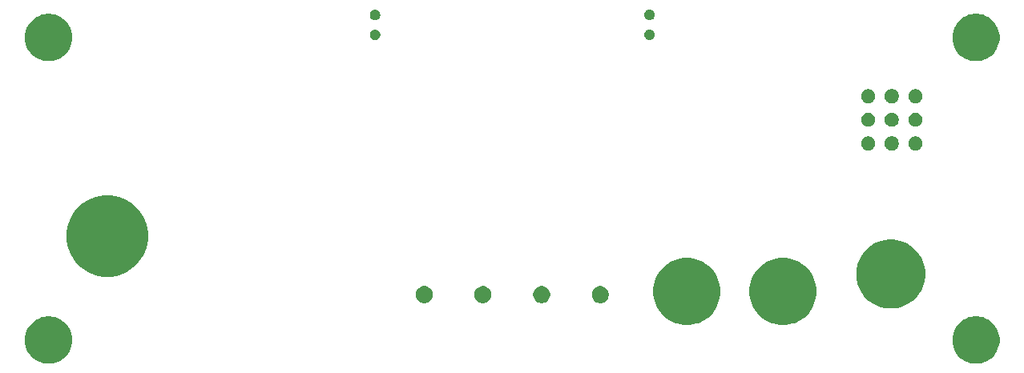
<source format=gbs>
G04 #@! TF.GenerationSoftware,KiCad,Pcbnew,5.1.5-52549c5~84~ubuntu18.04.1*
G04 #@! TF.CreationDate,2020-03-18T22:27:28-07:00*
G04 #@! TF.ProjectId,endcap,656e6463-6170-42e6-9b69-6361645f7063,rev?*
G04 #@! TF.SameCoordinates,PX2faf080PY3dfd240*
G04 #@! TF.FileFunction,Soldermask,Bot*
G04 #@! TF.FilePolarity,Negative*
%FSLAX46Y46*%
G04 Gerber Fmt 4.6, Leading zero omitted, Abs format (unit mm)*
G04 Created by KiCad (PCBNEW 5.1.5-52549c5~84~ubuntu18.04.1) date 2020-03-18 22:27:28*
%MOMM*%
%LPD*%
G04 APERTURE LIST*
%ADD10C,0.100000*%
G04 APERTURE END LIST*
D10*
G36*
X102487921Y-33547056D02*
G01*
X102729515Y-33595112D01*
X103184668Y-33783643D01*
X103287769Y-33852533D01*
X103594294Y-34057346D01*
X103942654Y-34405706D01*
X104216358Y-34815334D01*
X104404888Y-35270486D01*
X104501000Y-35753672D01*
X104501000Y-36246328D01*
X104404888Y-36729514D01*
X104216358Y-37184666D01*
X103942654Y-37594294D01*
X103594294Y-37942654D01*
X103287769Y-38147467D01*
X103184668Y-38216357D01*
X102729515Y-38404888D01*
X102487921Y-38452944D01*
X102246328Y-38501000D01*
X101753672Y-38501000D01*
X101512079Y-38452944D01*
X101270485Y-38404888D01*
X100815332Y-38216357D01*
X100712231Y-38147467D01*
X100405706Y-37942654D01*
X100057346Y-37594294D01*
X99783642Y-37184666D01*
X99595112Y-36729514D01*
X99499000Y-36246328D01*
X99499000Y-35753672D01*
X99595112Y-35270486D01*
X99783642Y-34815334D01*
X100057346Y-34405706D01*
X100405706Y-34057346D01*
X100712231Y-33852533D01*
X100815332Y-33783643D01*
X101270485Y-33595112D01*
X101512079Y-33547056D01*
X101753672Y-33499000D01*
X102246328Y-33499000D01*
X102487921Y-33547056D01*
G37*
G36*
X4487921Y-33547056D02*
G01*
X4729515Y-33595112D01*
X5184668Y-33783643D01*
X5287769Y-33852533D01*
X5594294Y-34057346D01*
X5942654Y-34405706D01*
X6216358Y-34815334D01*
X6404888Y-35270486D01*
X6501000Y-35753672D01*
X6501000Y-36246328D01*
X6404888Y-36729514D01*
X6216358Y-37184666D01*
X5942654Y-37594294D01*
X5594294Y-37942654D01*
X5287769Y-38147467D01*
X5184668Y-38216357D01*
X4729515Y-38404888D01*
X4487921Y-38452944D01*
X4246328Y-38501000D01*
X3753672Y-38501000D01*
X3512079Y-38452944D01*
X3270485Y-38404888D01*
X2815332Y-38216357D01*
X2712231Y-38147467D01*
X2405706Y-37942654D01*
X2057346Y-37594294D01*
X1783642Y-37184666D01*
X1595112Y-36729514D01*
X1499000Y-36246328D01*
X1499000Y-35753672D01*
X1595112Y-35270486D01*
X1783642Y-34815334D01*
X2057346Y-34405706D01*
X2405706Y-34057346D01*
X2712231Y-33852533D01*
X2815332Y-33783643D01*
X3270485Y-33595112D01*
X3512079Y-33547056D01*
X3753672Y-33499000D01*
X4246328Y-33499000D01*
X4487921Y-33547056D01*
G37*
G36*
X82635787Y-27450462D02*
G01*
X82635790Y-27450463D01*
X82635789Y-27450463D01*
X83282029Y-27718144D01*
X83863631Y-28106758D01*
X84358242Y-28601369D01*
X84746856Y-29182971D01*
X84820015Y-29359593D01*
X85014538Y-29829213D01*
X85151000Y-30515256D01*
X85151000Y-31214744D01*
X85014538Y-31900787D01*
X85014537Y-31900789D01*
X84746856Y-32547029D01*
X84358242Y-33128631D01*
X83863631Y-33623242D01*
X83282029Y-34011856D01*
X82825068Y-34201135D01*
X82635787Y-34279538D01*
X81949744Y-34416000D01*
X81250256Y-34416000D01*
X80564213Y-34279538D01*
X80374932Y-34201135D01*
X79917971Y-34011856D01*
X79336369Y-33623242D01*
X78841758Y-33128631D01*
X78453144Y-32547029D01*
X78185463Y-31900789D01*
X78185462Y-31900787D01*
X78049000Y-31214744D01*
X78049000Y-30515256D01*
X78185462Y-29829213D01*
X78379985Y-29359593D01*
X78453144Y-29182971D01*
X78841758Y-28601369D01*
X79336369Y-28106758D01*
X79917971Y-27718144D01*
X80564211Y-27450463D01*
X80564210Y-27450463D01*
X80564213Y-27450462D01*
X81250256Y-27314000D01*
X81949744Y-27314000D01*
X82635787Y-27450462D01*
G37*
G36*
X72475787Y-27450462D02*
G01*
X72475790Y-27450463D01*
X72475789Y-27450463D01*
X73122029Y-27718144D01*
X73703631Y-28106758D01*
X74198242Y-28601369D01*
X74586856Y-29182971D01*
X74660015Y-29359593D01*
X74854538Y-29829213D01*
X74991000Y-30515256D01*
X74991000Y-31214744D01*
X74854538Y-31900787D01*
X74854537Y-31900789D01*
X74586856Y-32547029D01*
X74198242Y-33128631D01*
X73703631Y-33623242D01*
X73122029Y-34011856D01*
X72665068Y-34201135D01*
X72475787Y-34279538D01*
X71789744Y-34416000D01*
X71090256Y-34416000D01*
X70404213Y-34279538D01*
X70214932Y-34201135D01*
X69757971Y-34011856D01*
X69176369Y-33623242D01*
X68681758Y-33128631D01*
X68293144Y-32547029D01*
X68025463Y-31900789D01*
X68025462Y-31900787D01*
X67889000Y-31214744D01*
X67889000Y-30515256D01*
X68025462Y-29829213D01*
X68219985Y-29359593D01*
X68293144Y-29182971D01*
X68681758Y-28601369D01*
X69176369Y-28106758D01*
X69757971Y-27718144D01*
X70404211Y-27450463D01*
X70404210Y-27450463D01*
X70404213Y-27450462D01*
X71090256Y-27314000D01*
X71789744Y-27314000D01*
X72475787Y-27450462D01*
G37*
G36*
X93594714Y-25395769D02*
G01*
X94064958Y-25489306D01*
X94729397Y-25764525D01*
X95327377Y-26164083D01*
X95835917Y-26672623D01*
X96235475Y-27270603D01*
X96510694Y-27935042D01*
X96651000Y-28640408D01*
X96651000Y-29359592D01*
X96510694Y-30064958D01*
X96235475Y-30729397D01*
X95835917Y-31327377D01*
X95327377Y-31835917D01*
X94729397Y-32235475D01*
X94064958Y-32510694D01*
X93594714Y-32604231D01*
X93359593Y-32651000D01*
X92640407Y-32651000D01*
X92405286Y-32604231D01*
X91935042Y-32510694D01*
X91270603Y-32235475D01*
X90672623Y-31835917D01*
X90164083Y-31327377D01*
X89764525Y-30729397D01*
X89489306Y-30064958D01*
X89349000Y-29359592D01*
X89349000Y-28640408D01*
X89489306Y-27935042D01*
X89764525Y-27270603D01*
X90164083Y-26672623D01*
X90672623Y-26164083D01*
X91270603Y-25764525D01*
X91935042Y-25489306D01*
X92405286Y-25395769D01*
X92640407Y-25349000D01*
X93359593Y-25349000D01*
X93594714Y-25395769D01*
G37*
G36*
X62413512Y-30303927D02*
G01*
X62562812Y-30333624D01*
X62726784Y-30401544D01*
X62874354Y-30500147D01*
X62999853Y-30625646D01*
X63098456Y-30773216D01*
X63166376Y-30937188D01*
X63201000Y-31111259D01*
X63201000Y-31288741D01*
X63166376Y-31462812D01*
X63098456Y-31626784D01*
X62999853Y-31774354D01*
X62874354Y-31899853D01*
X62726784Y-31998456D01*
X62562812Y-32066376D01*
X62413512Y-32096073D01*
X62388742Y-32101000D01*
X62211258Y-32101000D01*
X62186488Y-32096073D01*
X62037188Y-32066376D01*
X61873216Y-31998456D01*
X61725646Y-31899853D01*
X61600147Y-31774354D01*
X61501544Y-31626784D01*
X61433624Y-31462812D01*
X61399000Y-31288741D01*
X61399000Y-31111259D01*
X61433624Y-30937188D01*
X61501544Y-30773216D01*
X61600147Y-30625646D01*
X61725646Y-30500147D01*
X61873216Y-30401544D01*
X62037188Y-30333624D01*
X62186488Y-30303927D01*
X62211258Y-30299000D01*
X62388742Y-30299000D01*
X62413512Y-30303927D01*
G37*
G36*
X43813512Y-30303927D02*
G01*
X43962812Y-30333624D01*
X44126784Y-30401544D01*
X44274354Y-30500147D01*
X44399853Y-30625646D01*
X44498456Y-30773216D01*
X44566376Y-30937188D01*
X44601000Y-31111259D01*
X44601000Y-31288741D01*
X44566376Y-31462812D01*
X44498456Y-31626784D01*
X44399853Y-31774354D01*
X44274354Y-31899853D01*
X44126784Y-31998456D01*
X43962812Y-32066376D01*
X43813512Y-32096073D01*
X43788742Y-32101000D01*
X43611258Y-32101000D01*
X43586488Y-32096073D01*
X43437188Y-32066376D01*
X43273216Y-31998456D01*
X43125646Y-31899853D01*
X43000147Y-31774354D01*
X42901544Y-31626784D01*
X42833624Y-31462812D01*
X42799000Y-31288741D01*
X42799000Y-31111259D01*
X42833624Y-30937188D01*
X42901544Y-30773216D01*
X43000147Y-30625646D01*
X43125646Y-30500147D01*
X43273216Y-30401544D01*
X43437188Y-30333624D01*
X43586488Y-30303927D01*
X43611258Y-30299000D01*
X43788742Y-30299000D01*
X43813512Y-30303927D01*
G37*
G36*
X50013512Y-30303927D02*
G01*
X50162812Y-30333624D01*
X50326784Y-30401544D01*
X50474354Y-30500147D01*
X50599853Y-30625646D01*
X50698456Y-30773216D01*
X50766376Y-30937188D01*
X50801000Y-31111259D01*
X50801000Y-31288741D01*
X50766376Y-31462812D01*
X50698456Y-31626784D01*
X50599853Y-31774354D01*
X50474354Y-31899853D01*
X50326784Y-31998456D01*
X50162812Y-32066376D01*
X50013512Y-32096073D01*
X49988742Y-32101000D01*
X49811258Y-32101000D01*
X49786488Y-32096073D01*
X49637188Y-32066376D01*
X49473216Y-31998456D01*
X49325646Y-31899853D01*
X49200147Y-31774354D01*
X49101544Y-31626784D01*
X49033624Y-31462812D01*
X48999000Y-31288741D01*
X48999000Y-31111259D01*
X49033624Y-30937188D01*
X49101544Y-30773216D01*
X49200147Y-30625646D01*
X49325646Y-30500147D01*
X49473216Y-30401544D01*
X49637188Y-30333624D01*
X49786488Y-30303927D01*
X49811258Y-30299000D01*
X49988742Y-30299000D01*
X50013512Y-30303927D01*
G37*
G36*
X56213512Y-30303927D02*
G01*
X56362812Y-30333624D01*
X56526784Y-30401544D01*
X56674354Y-30500147D01*
X56799853Y-30625646D01*
X56898456Y-30773216D01*
X56966376Y-30937188D01*
X57001000Y-31111259D01*
X57001000Y-31288741D01*
X56966376Y-31462812D01*
X56898456Y-31626784D01*
X56799853Y-31774354D01*
X56674354Y-31899853D01*
X56526784Y-31998456D01*
X56362812Y-32066376D01*
X56213512Y-32096073D01*
X56188742Y-32101000D01*
X56011258Y-32101000D01*
X55986488Y-32096073D01*
X55837188Y-32066376D01*
X55673216Y-31998456D01*
X55525646Y-31899853D01*
X55400147Y-31774354D01*
X55301544Y-31626784D01*
X55233624Y-31462812D01*
X55199000Y-31288741D01*
X55199000Y-31111259D01*
X55233624Y-30937188D01*
X55301544Y-30773216D01*
X55400147Y-30625646D01*
X55525646Y-30500147D01*
X55673216Y-30401544D01*
X55837188Y-30333624D01*
X55986488Y-30303927D01*
X56011258Y-30299000D01*
X56188742Y-30299000D01*
X56213512Y-30303927D01*
G37*
G36*
X11454554Y-20864284D02*
G01*
X11454557Y-20864285D01*
X11454556Y-20864285D01*
X12237288Y-21188503D01*
X12941728Y-21659195D01*
X13540805Y-22258272D01*
X14011497Y-22962712D01*
X14011498Y-22962714D01*
X14335716Y-23745446D01*
X14501000Y-24576387D01*
X14501000Y-25423613D01*
X14335716Y-26254554D01*
X14335715Y-26254556D01*
X14011497Y-27037288D01*
X13540805Y-27741728D01*
X12941728Y-28340805D01*
X12237288Y-28811497D01*
X12237287Y-28811498D01*
X12237286Y-28811498D01*
X11454554Y-29135716D01*
X10623613Y-29301000D01*
X9776387Y-29301000D01*
X8945446Y-29135716D01*
X8162714Y-28811498D01*
X8162713Y-28811498D01*
X8162712Y-28811497D01*
X7458272Y-28340805D01*
X6859195Y-27741728D01*
X6388503Y-27037288D01*
X6064285Y-26254556D01*
X6064284Y-26254554D01*
X5899000Y-25423613D01*
X5899000Y-24576387D01*
X6064284Y-23745446D01*
X6388502Y-22962714D01*
X6388503Y-22962712D01*
X6859195Y-22258272D01*
X7458272Y-21659195D01*
X8162712Y-21188503D01*
X8945444Y-20864285D01*
X8945443Y-20864285D01*
X8945446Y-20864284D01*
X9776387Y-20699000D01*
X10623613Y-20699000D01*
X11454554Y-20864284D01*
G37*
G36*
X90819059Y-14477860D02*
G01*
X90955732Y-14534472D01*
X91078735Y-14616660D01*
X91183340Y-14721265D01*
X91265528Y-14844268D01*
X91322140Y-14980941D01*
X91351000Y-15126033D01*
X91351000Y-15273967D01*
X91322140Y-15419059D01*
X91265528Y-15555732D01*
X91183340Y-15678735D01*
X91078735Y-15783340D01*
X90955732Y-15865528D01*
X90955731Y-15865529D01*
X90955730Y-15865529D01*
X90819059Y-15922140D01*
X90673968Y-15951000D01*
X90526032Y-15951000D01*
X90380941Y-15922140D01*
X90244270Y-15865529D01*
X90244269Y-15865529D01*
X90244268Y-15865528D01*
X90121265Y-15783340D01*
X90016660Y-15678735D01*
X89934472Y-15555732D01*
X89877860Y-15419059D01*
X89849000Y-15273967D01*
X89849000Y-15126033D01*
X89877860Y-14980941D01*
X89934472Y-14844268D01*
X90016660Y-14721265D01*
X90121265Y-14616660D01*
X90244268Y-14534472D01*
X90380941Y-14477860D01*
X90526032Y-14449000D01*
X90673968Y-14449000D01*
X90819059Y-14477860D01*
G37*
G36*
X93319059Y-14477860D02*
G01*
X93455732Y-14534472D01*
X93578735Y-14616660D01*
X93683340Y-14721265D01*
X93765528Y-14844268D01*
X93822140Y-14980941D01*
X93851000Y-15126033D01*
X93851000Y-15273967D01*
X93822140Y-15419059D01*
X93765528Y-15555732D01*
X93683340Y-15678735D01*
X93578735Y-15783340D01*
X93455732Y-15865528D01*
X93455731Y-15865529D01*
X93455730Y-15865529D01*
X93319059Y-15922140D01*
X93173968Y-15951000D01*
X93026032Y-15951000D01*
X92880941Y-15922140D01*
X92744270Y-15865529D01*
X92744269Y-15865529D01*
X92744268Y-15865528D01*
X92621265Y-15783340D01*
X92516660Y-15678735D01*
X92434472Y-15555732D01*
X92377860Y-15419059D01*
X92349000Y-15273967D01*
X92349000Y-15126033D01*
X92377860Y-14980941D01*
X92434472Y-14844268D01*
X92516660Y-14721265D01*
X92621265Y-14616660D01*
X92744268Y-14534472D01*
X92880941Y-14477860D01*
X93026032Y-14449000D01*
X93173968Y-14449000D01*
X93319059Y-14477860D01*
G37*
G36*
X95819059Y-14477860D02*
G01*
X95955732Y-14534472D01*
X96078735Y-14616660D01*
X96183340Y-14721265D01*
X96265528Y-14844268D01*
X96322140Y-14980941D01*
X96351000Y-15126033D01*
X96351000Y-15273967D01*
X96322140Y-15419059D01*
X96265528Y-15555732D01*
X96183340Y-15678735D01*
X96078735Y-15783340D01*
X95955732Y-15865528D01*
X95955731Y-15865529D01*
X95955730Y-15865529D01*
X95819059Y-15922140D01*
X95673968Y-15951000D01*
X95526032Y-15951000D01*
X95380941Y-15922140D01*
X95244270Y-15865529D01*
X95244269Y-15865529D01*
X95244268Y-15865528D01*
X95121265Y-15783340D01*
X95016660Y-15678735D01*
X94934472Y-15555732D01*
X94877860Y-15419059D01*
X94849000Y-15273967D01*
X94849000Y-15126033D01*
X94877860Y-14980941D01*
X94934472Y-14844268D01*
X95016660Y-14721265D01*
X95121265Y-14616660D01*
X95244268Y-14534472D01*
X95380941Y-14477860D01*
X95526032Y-14449000D01*
X95673968Y-14449000D01*
X95819059Y-14477860D01*
G37*
G36*
X95819059Y-11977860D02*
G01*
X95955732Y-12034472D01*
X96078735Y-12116660D01*
X96183340Y-12221265D01*
X96265528Y-12344268D01*
X96322140Y-12480941D01*
X96351000Y-12626033D01*
X96351000Y-12773967D01*
X96322140Y-12919059D01*
X96265528Y-13055732D01*
X96183340Y-13178735D01*
X96078735Y-13283340D01*
X95955732Y-13365528D01*
X95955731Y-13365529D01*
X95955730Y-13365529D01*
X95819059Y-13422140D01*
X95673968Y-13451000D01*
X95526032Y-13451000D01*
X95380941Y-13422140D01*
X95244270Y-13365529D01*
X95244269Y-13365529D01*
X95244268Y-13365528D01*
X95121265Y-13283340D01*
X95016660Y-13178735D01*
X94934472Y-13055732D01*
X94877860Y-12919059D01*
X94849000Y-12773967D01*
X94849000Y-12626033D01*
X94877860Y-12480941D01*
X94934472Y-12344268D01*
X95016660Y-12221265D01*
X95121265Y-12116660D01*
X95244268Y-12034472D01*
X95380941Y-11977860D01*
X95526032Y-11949000D01*
X95673968Y-11949000D01*
X95819059Y-11977860D01*
G37*
G36*
X93319059Y-11977860D02*
G01*
X93455732Y-12034472D01*
X93578735Y-12116660D01*
X93683340Y-12221265D01*
X93765528Y-12344268D01*
X93822140Y-12480941D01*
X93851000Y-12626033D01*
X93851000Y-12773967D01*
X93822140Y-12919059D01*
X93765528Y-13055732D01*
X93683340Y-13178735D01*
X93578735Y-13283340D01*
X93455732Y-13365528D01*
X93455731Y-13365529D01*
X93455730Y-13365529D01*
X93319059Y-13422140D01*
X93173968Y-13451000D01*
X93026032Y-13451000D01*
X92880941Y-13422140D01*
X92744270Y-13365529D01*
X92744269Y-13365529D01*
X92744268Y-13365528D01*
X92621265Y-13283340D01*
X92516660Y-13178735D01*
X92434472Y-13055732D01*
X92377860Y-12919059D01*
X92349000Y-12773967D01*
X92349000Y-12626033D01*
X92377860Y-12480941D01*
X92434472Y-12344268D01*
X92516660Y-12221265D01*
X92621265Y-12116660D01*
X92744268Y-12034472D01*
X92880941Y-11977860D01*
X93026032Y-11949000D01*
X93173968Y-11949000D01*
X93319059Y-11977860D01*
G37*
G36*
X90819059Y-11977860D02*
G01*
X90955732Y-12034472D01*
X91078735Y-12116660D01*
X91183340Y-12221265D01*
X91265528Y-12344268D01*
X91322140Y-12480941D01*
X91351000Y-12626033D01*
X91351000Y-12773967D01*
X91322140Y-12919059D01*
X91265528Y-13055732D01*
X91183340Y-13178735D01*
X91078735Y-13283340D01*
X90955732Y-13365528D01*
X90955731Y-13365529D01*
X90955730Y-13365529D01*
X90819059Y-13422140D01*
X90673968Y-13451000D01*
X90526032Y-13451000D01*
X90380941Y-13422140D01*
X90244270Y-13365529D01*
X90244269Y-13365529D01*
X90244268Y-13365528D01*
X90121265Y-13283340D01*
X90016660Y-13178735D01*
X89934472Y-13055732D01*
X89877860Y-12919059D01*
X89849000Y-12773967D01*
X89849000Y-12626033D01*
X89877860Y-12480941D01*
X89934472Y-12344268D01*
X90016660Y-12221265D01*
X90121265Y-12116660D01*
X90244268Y-12034472D01*
X90380941Y-11977860D01*
X90526032Y-11949000D01*
X90673968Y-11949000D01*
X90819059Y-11977860D01*
G37*
G36*
X95819059Y-9477860D02*
G01*
X95955732Y-9534472D01*
X96078735Y-9616660D01*
X96183340Y-9721265D01*
X96265528Y-9844268D01*
X96322140Y-9980941D01*
X96351000Y-10126033D01*
X96351000Y-10273967D01*
X96322140Y-10419059D01*
X96265528Y-10555732D01*
X96183340Y-10678735D01*
X96078735Y-10783340D01*
X95955732Y-10865528D01*
X95955731Y-10865529D01*
X95955730Y-10865529D01*
X95819059Y-10922140D01*
X95673968Y-10951000D01*
X95526032Y-10951000D01*
X95380941Y-10922140D01*
X95244270Y-10865529D01*
X95244269Y-10865529D01*
X95244268Y-10865528D01*
X95121265Y-10783340D01*
X95016660Y-10678735D01*
X94934472Y-10555732D01*
X94877860Y-10419059D01*
X94849000Y-10273967D01*
X94849000Y-10126033D01*
X94877860Y-9980941D01*
X94934472Y-9844268D01*
X95016660Y-9721265D01*
X95121265Y-9616660D01*
X95244268Y-9534472D01*
X95380941Y-9477860D01*
X95526032Y-9449000D01*
X95673968Y-9449000D01*
X95819059Y-9477860D01*
G37*
G36*
X90819059Y-9477860D02*
G01*
X90955732Y-9534472D01*
X91078735Y-9616660D01*
X91183340Y-9721265D01*
X91265528Y-9844268D01*
X91322140Y-9980941D01*
X91351000Y-10126033D01*
X91351000Y-10273967D01*
X91322140Y-10419059D01*
X91265528Y-10555732D01*
X91183340Y-10678735D01*
X91078735Y-10783340D01*
X90955732Y-10865528D01*
X90955731Y-10865529D01*
X90955730Y-10865529D01*
X90819059Y-10922140D01*
X90673968Y-10951000D01*
X90526032Y-10951000D01*
X90380941Y-10922140D01*
X90244270Y-10865529D01*
X90244269Y-10865529D01*
X90244268Y-10865528D01*
X90121265Y-10783340D01*
X90016660Y-10678735D01*
X89934472Y-10555732D01*
X89877860Y-10419059D01*
X89849000Y-10273967D01*
X89849000Y-10126033D01*
X89877860Y-9980941D01*
X89934472Y-9844268D01*
X90016660Y-9721265D01*
X90121265Y-9616660D01*
X90244268Y-9534472D01*
X90380941Y-9477860D01*
X90526032Y-9449000D01*
X90673968Y-9449000D01*
X90819059Y-9477860D01*
G37*
G36*
X93319059Y-9477860D02*
G01*
X93455732Y-9534472D01*
X93578735Y-9616660D01*
X93683340Y-9721265D01*
X93765528Y-9844268D01*
X93822140Y-9980941D01*
X93851000Y-10126033D01*
X93851000Y-10273967D01*
X93822140Y-10419059D01*
X93765528Y-10555732D01*
X93683340Y-10678735D01*
X93578735Y-10783340D01*
X93455732Y-10865528D01*
X93455731Y-10865529D01*
X93455730Y-10865529D01*
X93319059Y-10922140D01*
X93173968Y-10951000D01*
X93026032Y-10951000D01*
X92880941Y-10922140D01*
X92744270Y-10865529D01*
X92744269Y-10865529D01*
X92744268Y-10865528D01*
X92621265Y-10783340D01*
X92516660Y-10678735D01*
X92434472Y-10555732D01*
X92377860Y-10419059D01*
X92349000Y-10273967D01*
X92349000Y-10126033D01*
X92377860Y-9980941D01*
X92434472Y-9844268D01*
X92516660Y-9721265D01*
X92621265Y-9616660D01*
X92744268Y-9534472D01*
X92880941Y-9477860D01*
X93026032Y-9449000D01*
X93173968Y-9449000D01*
X93319059Y-9477860D01*
G37*
G36*
X102481255Y-1545730D02*
G01*
X102729515Y-1595112D01*
X103184668Y-1783643D01*
X103287769Y-1852533D01*
X103594294Y-2057346D01*
X103942654Y-2405706D01*
X104147467Y-2712231D01*
X104216357Y-2815332D01*
X104380543Y-3211710D01*
X104404888Y-3270486D01*
X104501000Y-3753672D01*
X104501000Y-4246328D01*
X104404888Y-4729514D01*
X104216358Y-5184666D01*
X103942654Y-5594294D01*
X103594294Y-5942654D01*
X103287769Y-6147467D01*
X103184668Y-6216357D01*
X102729515Y-6404888D01*
X102487921Y-6452944D01*
X102246328Y-6501000D01*
X101753672Y-6501000D01*
X101512079Y-6452944D01*
X101270485Y-6404888D01*
X100815332Y-6216357D01*
X100712231Y-6147467D01*
X100405706Y-5942654D01*
X100057346Y-5594294D01*
X99783642Y-5184666D01*
X99595112Y-4729514D01*
X99499000Y-4246328D01*
X99499000Y-3753672D01*
X99595112Y-3270486D01*
X99619458Y-3211710D01*
X99783643Y-2815332D01*
X99852533Y-2712231D01*
X100057346Y-2405706D01*
X100405706Y-2057346D01*
X100712231Y-1852533D01*
X100815332Y-1783643D01*
X101270485Y-1595112D01*
X101518745Y-1545730D01*
X101753672Y-1499000D01*
X102246328Y-1499000D01*
X102481255Y-1545730D01*
G37*
G36*
X4481255Y-1545730D02*
G01*
X4729515Y-1595112D01*
X5184668Y-1783643D01*
X5287769Y-1852533D01*
X5594294Y-2057346D01*
X5942654Y-2405706D01*
X6147467Y-2712231D01*
X6216357Y-2815332D01*
X6380543Y-3211710D01*
X6404888Y-3270486D01*
X6501000Y-3753672D01*
X6501000Y-4246328D01*
X6404888Y-4729514D01*
X6216358Y-5184666D01*
X5942654Y-5594294D01*
X5594294Y-5942654D01*
X5287769Y-6147467D01*
X5184668Y-6216357D01*
X4729515Y-6404888D01*
X4487921Y-6452944D01*
X4246328Y-6501000D01*
X3753672Y-6501000D01*
X3512079Y-6452944D01*
X3270485Y-6404888D01*
X2815332Y-6216357D01*
X2712231Y-6147467D01*
X2405706Y-5942654D01*
X2057346Y-5594294D01*
X1783642Y-5184666D01*
X1595112Y-4729514D01*
X1499000Y-4246328D01*
X1499000Y-3753672D01*
X1595112Y-3270486D01*
X1619458Y-3211710D01*
X1783643Y-2815332D01*
X1852533Y-2712231D01*
X2057346Y-2405706D01*
X2405706Y-2057346D01*
X2712231Y-1852533D01*
X2815332Y-1783643D01*
X3270485Y-1595112D01*
X3518745Y-1545730D01*
X3753672Y-1499000D01*
X4246328Y-1499000D01*
X4481255Y-1545730D01*
G37*
G36*
X67660721Y-3170174D02*
G01*
X67760995Y-3211709D01*
X67760996Y-3211710D01*
X67851242Y-3272010D01*
X67927990Y-3348758D01*
X67927991Y-3348760D01*
X67988291Y-3439005D01*
X68029826Y-3539279D01*
X68051000Y-3645730D01*
X68051000Y-3754270D01*
X68029826Y-3860721D01*
X67988291Y-3960995D01*
X67988290Y-3960996D01*
X67927990Y-4051242D01*
X67851242Y-4127990D01*
X67805812Y-4158345D01*
X67760995Y-4188291D01*
X67660721Y-4229826D01*
X67554270Y-4251000D01*
X67445730Y-4251000D01*
X67339279Y-4229826D01*
X67239005Y-4188291D01*
X67194188Y-4158345D01*
X67148758Y-4127990D01*
X67072010Y-4051242D01*
X67011710Y-3960996D01*
X67011709Y-3960995D01*
X66970174Y-3860721D01*
X66949000Y-3754270D01*
X66949000Y-3645730D01*
X66970174Y-3539279D01*
X67011709Y-3439005D01*
X67072009Y-3348760D01*
X67072010Y-3348758D01*
X67148758Y-3272010D01*
X67239004Y-3211710D01*
X67239005Y-3211709D01*
X67339279Y-3170174D01*
X67445730Y-3149000D01*
X67554270Y-3149000D01*
X67660721Y-3170174D01*
G37*
G36*
X38660721Y-3170174D02*
G01*
X38760995Y-3211709D01*
X38760996Y-3211710D01*
X38851242Y-3272010D01*
X38927990Y-3348758D01*
X38927991Y-3348760D01*
X38988291Y-3439005D01*
X39029826Y-3539279D01*
X39051000Y-3645730D01*
X39051000Y-3754270D01*
X39029826Y-3860721D01*
X38988291Y-3960995D01*
X38988290Y-3960996D01*
X38927990Y-4051242D01*
X38851242Y-4127990D01*
X38805812Y-4158345D01*
X38760995Y-4188291D01*
X38660721Y-4229826D01*
X38554270Y-4251000D01*
X38445730Y-4251000D01*
X38339279Y-4229826D01*
X38239005Y-4188291D01*
X38194188Y-4158345D01*
X38148758Y-4127990D01*
X38072010Y-4051242D01*
X38011710Y-3960996D01*
X38011709Y-3960995D01*
X37970174Y-3860721D01*
X37949000Y-3754270D01*
X37949000Y-3645730D01*
X37970174Y-3539279D01*
X38011709Y-3439005D01*
X38072009Y-3348760D01*
X38072010Y-3348758D01*
X38148758Y-3272010D01*
X38239004Y-3211710D01*
X38239005Y-3211709D01*
X38339279Y-3170174D01*
X38445730Y-3149000D01*
X38554270Y-3149000D01*
X38660721Y-3170174D01*
G37*
G36*
X67660721Y-1070174D02*
G01*
X67760995Y-1111709D01*
X67760996Y-1111710D01*
X67851242Y-1172010D01*
X67927990Y-1248758D01*
X67927991Y-1248760D01*
X67988291Y-1339005D01*
X68029826Y-1439279D01*
X68051000Y-1545730D01*
X68051000Y-1654270D01*
X68029826Y-1760721D01*
X67988291Y-1860995D01*
X67988290Y-1860996D01*
X67927990Y-1951242D01*
X67851242Y-2027990D01*
X67807307Y-2057346D01*
X67760995Y-2088291D01*
X67660721Y-2129826D01*
X67554270Y-2151000D01*
X67445730Y-2151000D01*
X67339279Y-2129826D01*
X67239005Y-2088291D01*
X67192693Y-2057346D01*
X67148758Y-2027990D01*
X67072010Y-1951242D01*
X67011710Y-1860996D01*
X67011709Y-1860995D01*
X66970174Y-1760721D01*
X66949000Y-1654270D01*
X66949000Y-1545730D01*
X66970174Y-1439279D01*
X67011709Y-1339005D01*
X67072009Y-1248760D01*
X67072010Y-1248758D01*
X67148758Y-1172010D01*
X67239004Y-1111710D01*
X67239005Y-1111709D01*
X67339279Y-1070174D01*
X67445730Y-1049000D01*
X67554270Y-1049000D01*
X67660721Y-1070174D01*
G37*
G36*
X38660721Y-1070174D02*
G01*
X38760995Y-1111709D01*
X38760996Y-1111710D01*
X38851242Y-1172010D01*
X38927990Y-1248758D01*
X38927991Y-1248760D01*
X38988291Y-1339005D01*
X39029826Y-1439279D01*
X39051000Y-1545730D01*
X39051000Y-1654270D01*
X39029826Y-1760721D01*
X38988291Y-1860995D01*
X38988290Y-1860996D01*
X38927990Y-1951242D01*
X38851242Y-2027990D01*
X38807307Y-2057346D01*
X38760995Y-2088291D01*
X38660721Y-2129826D01*
X38554270Y-2151000D01*
X38445730Y-2151000D01*
X38339279Y-2129826D01*
X38239005Y-2088291D01*
X38192693Y-2057346D01*
X38148758Y-2027990D01*
X38072010Y-1951242D01*
X38011710Y-1860996D01*
X38011709Y-1860995D01*
X37970174Y-1760721D01*
X37949000Y-1654270D01*
X37949000Y-1545730D01*
X37970174Y-1439279D01*
X38011709Y-1339005D01*
X38072009Y-1248760D01*
X38072010Y-1248758D01*
X38148758Y-1172010D01*
X38239004Y-1111710D01*
X38239005Y-1111709D01*
X38339279Y-1070174D01*
X38445730Y-1049000D01*
X38554270Y-1049000D01*
X38660721Y-1070174D01*
G37*
M02*

</source>
